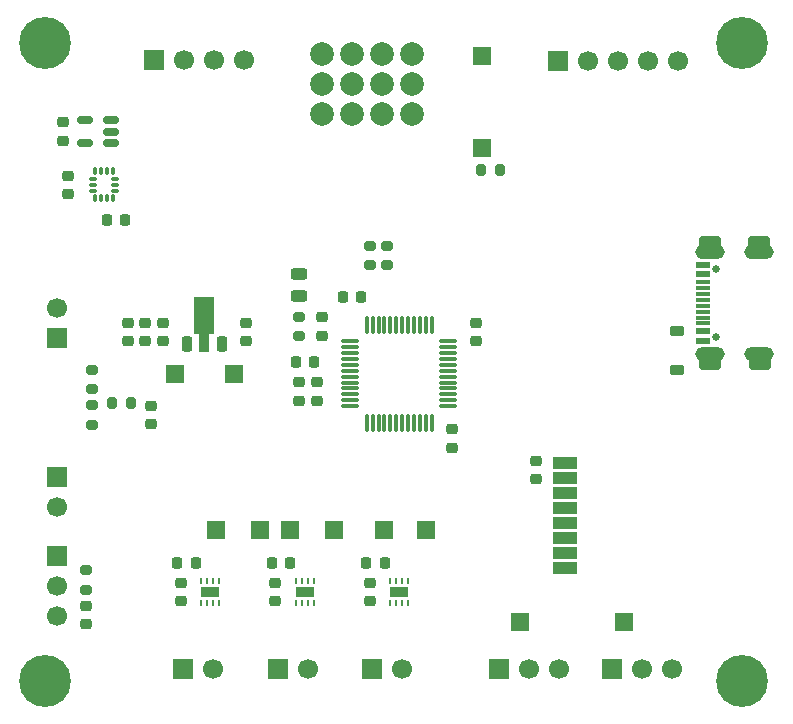
<source format=gbr>
%TF.GenerationSoftware,KiCad,Pcbnew,9.0.2*%
%TF.CreationDate,2025-06-25T14:47:54+02:00*%
%TF.ProjectId,ant control board v2,616e7420-636f-46e7-9472-6f6c20626f61,1.0*%
%TF.SameCoordinates,Original*%
%TF.FileFunction,Soldermask,Top*%
%TF.FilePolarity,Negative*%
%FSLAX46Y46*%
G04 Gerber Fmt 4.6, Leading zero omitted, Abs format (unit mm)*
G04 Created by KiCad (PCBNEW 9.0.2) date 2025-06-25 14:47:54*
%MOMM*%
%LPD*%
G01*
G04 APERTURE LIST*
G04 Aperture macros list*
%AMRoundRect*
0 Rectangle with rounded corners*
0 $1 Rounding radius*
0 $2 $3 $4 $5 $6 $7 $8 $9 X,Y pos of 4 corners*
0 Add a 4 corners polygon primitive as box body*
4,1,4,$2,$3,$4,$5,$6,$7,$8,$9,$2,$3,0*
0 Add four circle primitives for the rounded corners*
1,1,$1+$1,$2,$3*
1,1,$1+$1,$4,$5*
1,1,$1+$1,$6,$7*
1,1,$1+$1,$8,$9*
0 Add four rect primitives between the rounded corners*
20,1,$1+$1,$2,$3,$4,$5,0*
20,1,$1+$1,$4,$5,$6,$7,0*
20,1,$1+$1,$6,$7,$8,$9,0*
20,1,$1+$1,$8,$9,$2,$3,0*%
%AMFreePoly0*
4,1,9,3.862500,-0.866500,0.737500,-0.866500,0.737500,-0.450000,-0.737500,-0.450000,-0.737500,0.450000,0.737500,0.450000,0.737500,0.866500,3.862500,0.866500,3.862500,-0.866500,3.862500,-0.866500,$1*%
G04 Aperture macros list end*
%ADD10R,1.500000X1.500000*%
%ADD11R,1.700000X1.700000*%
%ADD12C,1.700000*%
%ADD13RoundRect,0.225000X0.225000X0.250000X-0.225000X0.250000X-0.225000X-0.250000X0.225000X-0.250000X0*%
%ADD14C,0.700000*%
%ADD15C,4.400000*%
%ADD16RoundRect,0.225000X-0.250000X0.225000X-0.250000X-0.225000X0.250000X-0.225000X0.250000X0.225000X0*%
%ADD17RoundRect,0.062500X0.062500X-0.187500X0.062500X0.187500X-0.062500X0.187500X-0.062500X-0.187500X0*%
%ADD18R,1.600000X0.900000*%
%ADD19RoundRect,0.087500X-0.087500X0.225000X-0.087500X-0.225000X0.087500X-0.225000X0.087500X0.225000X0*%
%ADD20RoundRect,0.087500X-0.225000X0.087500X-0.225000X-0.087500X0.225000X-0.087500X0.225000X0.087500X0*%
%ADD21RoundRect,0.150000X0.512500X0.150000X-0.512500X0.150000X-0.512500X-0.150000X0.512500X-0.150000X0*%
%ADD22RoundRect,0.225000X0.250000X-0.225000X0.250000X0.225000X-0.250000X0.225000X-0.250000X-0.225000X0*%
%ADD23RoundRect,0.075000X-0.662500X-0.075000X0.662500X-0.075000X0.662500X0.075000X-0.662500X0.075000X0*%
%ADD24RoundRect,0.075000X-0.075000X-0.662500X0.075000X-0.662500X0.075000X0.662500X-0.075000X0.662500X0*%
%ADD25R,2.000000X1.000000*%
%ADD26RoundRect,0.200000X-0.200000X-0.275000X0.200000X-0.275000X0.200000X0.275000X-0.200000X0.275000X0*%
%ADD27RoundRect,0.225000X0.375000X-0.225000X0.375000X0.225000X-0.375000X0.225000X-0.375000X-0.225000X0*%
%ADD28RoundRect,0.200000X-0.275000X0.200000X-0.275000X-0.200000X0.275000X-0.200000X0.275000X0.200000X0*%
%ADD29C,2.000000*%
%ADD30RoundRect,0.200000X0.275000X-0.200000X0.275000X0.200000X-0.275000X0.200000X-0.275000X-0.200000X0*%
%ADD31C,0.650000*%
%ADD32R,1.150000X0.600000*%
%ADD33R,1.150000X0.300000*%
%ADD34RoundRect,0.250000X0.687500X0.250000X-0.687500X0.250000X-0.687500X-0.250000X0.687500X-0.250000X0*%
%ADD35O,2.500000X1.250000*%
%ADD36RoundRect,0.225000X0.225000X-0.425000X0.225000X0.425000X-0.225000X0.425000X-0.225000X-0.425000X0*%
%ADD37FreePoly0,90.000000*%
%ADD38RoundRect,0.243750X-0.456250X0.243750X-0.456250X-0.243750X0.456250X-0.243750X0.456250X0.243750X0*%
G04 APERTURE END LIST*
D10*
%TO.C,TP9*%
X160250000Y-121000000D03*
%TD*%
%TO.C,TP2*%
X131000000Y-100000000D03*
%TD*%
D11*
%TO.C,J5*%
X147725000Y-125000000D03*
D12*
X150265000Y-125000000D03*
%TD*%
D13*
%TO.C,C7*%
X140775000Y-116000000D03*
X139225000Y-116000000D03*
%TD*%
%TO.C,C13*%
X126775000Y-87000000D03*
X125225000Y-87000000D03*
%TD*%
D14*
%TO.C,H3*%
X177350000Y-126000000D03*
X177833274Y-124833274D03*
X177833274Y-127166726D03*
X179000000Y-124350000D03*
D15*
X179000000Y-126000000D03*
D14*
X179000000Y-127650000D03*
X180166726Y-124833274D03*
X180166726Y-127166726D03*
X180650000Y-126000000D03*
%TD*%
D16*
%TO.C,C1*%
X127000000Y-95725000D03*
X127000000Y-97275000D03*
%TD*%
D11*
%TO.C,J3*%
X131725000Y-125000000D03*
D12*
X134265000Y-125000000D03*
%TD*%
D17*
%TO.C,U2*%
X133250000Y-119450000D03*
X133750000Y-119450000D03*
X134250000Y-119450000D03*
X134750000Y-119450000D03*
X134750000Y-117550000D03*
X134250000Y-117550000D03*
X133750000Y-117550000D03*
X133250000Y-117550000D03*
D18*
X134000000Y-118500000D03*
%TD*%
D13*
%TO.C,C15*%
X142775000Y-99000000D03*
X141225000Y-99000000D03*
%TD*%
D10*
%TO.C,TP10*%
X169000000Y-121000000D03*
%TD*%
D11*
%TO.C,J10*%
X129200000Y-73475000D03*
D12*
X131740000Y-73475000D03*
X134280000Y-73475000D03*
X136820000Y-73475000D03*
%TD*%
D19*
%TO.C,U5*%
X125750000Y-82837500D03*
X125250000Y-82837500D03*
X124750000Y-82837500D03*
X124250000Y-82837500D03*
D20*
X124087500Y-83500000D03*
X124087500Y-84000000D03*
X124087500Y-84500000D03*
D19*
X124250000Y-85162500D03*
X124750000Y-85162500D03*
X125250000Y-85162500D03*
X125750000Y-85162500D03*
D20*
X125912500Y-84500000D03*
X125912500Y-84000000D03*
X125912500Y-83500000D03*
%TD*%
D11*
%TO.C,J8*%
X121000000Y-115460000D03*
D12*
X121000000Y-118000000D03*
X121000000Y-120540000D03*
%TD*%
D16*
%TO.C,C2*%
X128500000Y-95725000D03*
X128500000Y-97275000D03*
%TD*%
D21*
%TO.C,U8*%
X125637500Y-80450000D03*
X125637500Y-79500000D03*
X125637500Y-78550000D03*
X123362500Y-78550000D03*
X123362500Y-80450000D03*
%TD*%
D22*
%TO.C,C16*%
X141500000Y-102275000D03*
X141500000Y-100725000D03*
%TD*%
D11*
%TO.C,J4*%
X139725000Y-125000000D03*
D12*
X142265000Y-125000000D03*
%TD*%
D13*
%TO.C,C5*%
X132775000Y-116000000D03*
X131225000Y-116000000D03*
%TD*%
D11*
%TO.C,J11*%
X163420000Y-73500000D03*
D12*
X165960000Y-73500000D03*
X168500000Y-73500000D03*
X171040000Y-73500000D03*
X173580000Y-73500000D03*
%TD*%
D23*
%TO.C,U6*%
X145837500Y-97250000D03*
X145837500Y-97750000D03*
X145837500Y-98250000D03*
X145837500Y-98750000D03*
X145837500Y-99250000D03*
X145837500Y-99750000D03*
X145837500Y-100250000D03*
X145837500Y-100750000D03*
X145837500Y-101250000D03*
X145837500Y-101750000D03*
X145837500Y-102250000D03*
X145837500Y-102750000D03*
D24*
X147250000Y-104162500D03*
X147750000Y-104162500D03*
X148250000Y-104162500D03*
X148750000Y-104162500D03*
X149250000Y-104162500D03*
X149750000Y-104162500D03*
X150250000Y-104162500D03*
X150750000Y-104162500D03*
X151250000Y-104162500D03*
X151750000Y-104162500D03*
X152250000Y-104162500D03*
X152750000Y-104162500D03*
D23*
X154162500Y-102750000D03*
X154162500Y-102250000D03*
X154162500Y-101750000D03*
X154162500Y-101250000D03*
X154162500Y-100750000D03*
X154162500Y-100250000D03*
X154162500Y-99750000D03*
X154162500Y-99250000D03*
X154162500Y-98750000D03*
X154162500Y-98250000D03*
X154162500Y-97750000D03*
X154162500Y-97250000D03*
D24*
X152750000Y-95837500D03*
X152250000Y-95837500D03*
X151750000Y-95837500D03*
X151250000Y-95837500D03*
X150750000Y-95837500D03*
X150250000Y-95837500D03*
X149750000Y-95837500D03*
X149250000Y-95837500D03*
X148750000Y-95837500D03*
X148250000Y-95837500D03*
X147750000Y-95837500D03*
X147250000Y-95837500D03*
%TD*%
D22*
%TO.C,C8*%
X139500000Y-119275000D03*
X139500000Y-117725000D03*
%TD*%
%TO.C,C6*%
X131500000Y-119275000D03*
X131500000Y-117725000D03*
%TD*%
D14*
%TO.C,H1*%
X118350000Y-72000000D03*
X118833274Y-70833274D03*
X118833274Y-73166726D03*
X120000000Y-70350000D03*
D15*
X120000000Y-72000000D03*
D14*
X120000000Y-73650000D03*
X121166726Y-70833274D03*
X121166726Y-73166726D03*
X121650000Y-72000000D03*
%TD*%
D22*
%TO.C,C14*%
X123500000Y-121235000D03*
X123500000Y-119685000D03*
%TD*%
D13*
%TO.C,C9*%
X148775000Y-116000000D03*
X147225000Y-116000000D03*
%TD*%
D16*
%TO.C,C12*%
X122000000Y-83225000D03*
X122000000Y-84775000D03*
%TD*%
D22*
%TO.C,C4*%
X137000000Y-97275000D03*
X137000000Y-95725000D03*
%TD*%
D11*
%TO.C,J6*%
X158460000Y-125000000D03*
D12*
X161000000Y-125000000D03*
X163540000Y-125000000D03*
%TD*%
D13*
%TO.C,C20*%
X146775000Y-93500000D03*
X145225000Y-93500000D03*
%TD*%
D25*
%TO.C,U9*%
X164062500Y-107600000D03*
X164062500Y-108870000D03*
X164062500Y-110140000D03*
X164062500Y-111410000D03*
X164062500Y-112680000D03*
X164062500Y-113950000D03*
X164062500Y-115220000D03*
X164062500Y-116490000D03*
%TD*%
D26*
%TO.C,R3*%
X125675000Y-102500000D03*
X127325000Y-102500000D03*
%TD*%
D27*
%TO.C,D1*%
X173500000Y-99650000D03*
X173500000Y-96350000D03*
%TD*%
D28*
%TO.C,R4*%
X123500000Y-116635000D03*
X123500000Y-118285000D03*
%TD*%
D10*
%TO.C,TP7*%
X148750000Y-113250000D03*
%TD*%
D11*
%TO.C,J9*%
X121000000Y-108725000D03*
D12*
X121000000Y-111265000D03*
%TD*%
D10*
%TO.C,TP6*%
X144500000Y-113250000D03*
%TD*%
D28*
%TO.C,R1*%
X124000000Y-99675000D03*
X124000000Y-101325000D03*
%TD*%
D10*
%TO.C,TP4*%
X138250000Y-113250000D03*
%TD*%
D17*
%TO.C,U3*%
X141250000Y-119450000D03*
X141750000Y-119450000D03*
X142250000Y-119450000D03*
X142750000Y-119450000D03*
X142750000Y-117550000D03*
X142250000Y-117550000D03*
X141750000Y-117550000D03*
X141250000Y-117550000D03*
D18*
X142000000Y-118500000D03*
%TD*%
D17*
%TO.C,U4*%
X149250000Y-119450000D03*
X149750000Y-119450000D03*
X150250000Y-119450000D03*
X150750000Y-119450000D03*
X150750000Y-117550000D03*
X150250000Y-117550000D03*
X149750000Y-117550000D03*
X149250000Y-117550000D03*
D18*
X150000000Y-118500000D03*
%TD*%
D29*
%TO.C,U7*%
X143500000Y-78000000D03*
X143500000Y-75460000D03*
X143500000Y-72920000D03*
X146040000Y-78000000D03*
X146040000Y-75460000D03*
X146040000Y-72920000D03*
X148580000Y-78000000D03*
X148580000Y-75460000D03*
X148580000Y-72920000D03*
X151120000Y-78000000D03*
X151120000Y-75460000D03*
X151120000Y-72920000D03*
%TD*%
D10*
%TO.C,TP1*%
X136000000Y-100000000D03*
%TD*%
D16*
%TO.C,C3*%
X130000000Y-95725000D03*
X130000000Y-97275000D03*
%TD*%
D30*
%TO.C,R8*%
X149000000Y-90825000D03*
X149000000Y-89175000D03*
%TD*%
D14*
%TO.C,H2*%
X177350000Y-72000000D03*
X177833274Y-70833274D03*
X177833274Y-73166726D03*
X179000000Y-70350000D03*
D15*
X179000000Y-72000000D03*
D14*
X179000000Y-73650000D03*
X180166726Y-70833274D03*
X180166726Y-73166726D03*
X180650000Y-72000000D03*
%TD*%
D30*
%TO.C,R5*%
X141500000Y-96825000D03*
X141500000Y-95175000D03*
%TD*%
D31*
%TO.C,J1*%
X176820000Y-96890000D03*
X176820000Y-91110000D03*
D32*
X175745000Y-97200000D03*
X175745000Y-96400000D03*
D33*
X175745000Y-95750000D03*
X175745000Y-95250000D03*
X175745000Y-94750000D03*
X175745000Y-94250000D03*
X175745000Y-93750000D03*
X175745000Y-93250000D03*
X175745000Y-92750000D03*
X175745000Y-92250000D03*
D32*
X175745000Y-91600000D03*
X175745000Y-90800000D03*
D34*
X176300000Y-99150000D03*
X180550000Y-99150000D03*
D35*
X176320000Y-98320000D03*
X180500000Y-98320000D03*
X176320000Y-89680000D03*
X180500000Y-89680000D03*
D34*
X176350000Y-88850000D03*
X180500000Y-88850000D03*
%TD*%
D36*
%TO.C,U1*%
X132000000Y-97450000D03*
D37*
X133500000Y-97362500D03*
D36*
X135000000Y-97450000D03*
%TD*%
D10*
%TO.C,TP8*%
X152250000Y-113250000D03*
%TD*%
D38*
%TO.C,D2*%
X141500000Y-91562500D03*
X141500000Y-93437500D03*
%TD*%
D10*
%TO.C,TP5*%
X140750000Y-113250000D03*
%TD*%
D28*
%TO.C,R2*%
X124000000Y-102675000D03*
X124000000Y-104325000D03*
%TD*%
D22*
%TO.C,C11*%
X129000000Y-104275000D03*
X129000000Y-102725000D03*
%TD*%
D10*
%TO.C,SW1*%
X157000000Y-73100000D03*
X157000000Y-80900000D03*
%TD*%
D16*
%TO.C,C22*%
X121500000Y-78725000D03*
X121500000Y-80275000D03*
%TD*%
D11*
%TO.C,J7*%
X168000000Y-125000000D03*
D12*
X170540000Y-125000000D03*
X173080000Y-125000000D03*
%TD*%
D16*
%TO.C,C23*%
X161561637Y-107402973D03*
X161561637Y-108952973D03*
%TD*%
D10*
%TO.C,TP3*%
X134500000Y-113250000D03*
%TD*%
D16*
%TO.C,C17*%
X154500000Y-104725000D03*
X154500000Y-106275000D03*
%TD*%
%TO.C,C21*%
X156500000Y-95725000D03*
X156500000Y-97275000D03*
%TD*%
D30*
%TO.C,R7*%
X147500000Y-90825000D03*
X147500000Y-89175000D03*
%TD*%
D22*
%TO.C,C18*%
X143500000Y-96775000D03*
X143500000Y-95225000D03*
%TD*%
D14*
%TO.C,H4*%
X118350000Y-126000000D03*
X118833274Y-124833274D03*
X118833274Y-127166726D03*
X120000000Y-124350000D03*
D15*
X120000000Y-126000000D03*
D14*
X120000000Y-127650000D03*
X121166726Y-124833274D03*
X121166726Y-127166726D03*
X121650000Y-126000000D03*
%TD*%
D22*
%TO.C,C10*%
X147500000Y-119275000D03*
X147500000Y-117725000D03*
%TD*%
D26*
%TO.C,R6*%
X156925000Y-82750000D03*
X158575000Y-82750000D03*
%TD*%
D11*
%TO.C,J2*%
X121000000Y-97000000D03*
D12*
X121000000Y-94460000D03*
%TD*%
D22*
%TO.C,C19*%
X143000000Y-102275000D03*
X143000000Y-100725000D03*
%TD*%
M02*

</source>
